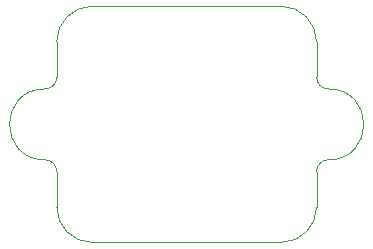
<source format=gbr>
%TF.GenerationSoftware,KiCad,Pcbnew,7.0.1*%
%TF.CreationDate,2023-07-17T00:53:10+01:00*%
%TF.ProjectId,Motor Encoder Board,4d6f746f-7220-4456-9e63-6f6465722042,rev?*%
%TF.SameCoordinates,Original*%
%TF.FileFunction,Profile,NP*%
%FSLAX46Y46*%
G04 Gerber Fmt 4.6, Leading zero omitted, Abs format (unit mm)*
G04 Created by KiCad (PCBNEW 7.0.1) date 2023-07-17 00:53:10*
%MOMM*%
%LPD*%
G01*
G04 APERTURE LIST*
%TA.AperFunction,Profile*%
%ADD10C,0.100000*%
%TD*%
G04 APERTURE END LIST*
D10*
X128000000Y-57000000D02*
X128000000Y-54000000D01*
X128000000Y-54000000D02*
G75*
G03*
X125000000Y-51000000I-3000000J0D01*
G01*
X129000000Y-64000000D02*
G75*
G03*
X128000000Y-65000000I0J-1000000D01*
G01*
X105000000Y-58000000D02*
G75*
G03*
X106000000Y-57000000I0J1000000D01*
G01*
X129000000Y-64000000D02*
G75*
G03*
X129000000Y-58000000I0J3000000D01*
G01*
X106000000Y-54000000D02*
X106000000Y-57000000D01*
X106000000Y-68000000D02*
G75*
G03*
X109000000Y-71000000I3000000J0D01*
G01*
X106000000Y-65000000D02*
G75*
G03*
X105000000Y-64000000I-1000000J0D01*
G01*
X128000000Y-68000000D02*
X128000000Y-65000000D01*
X106000000Y-68000000D02*
X106000000Y-65000000D01*
X125000000Y-51000000D02*
X109000000Y-51000000D01*
X105000000Y-58000000D02*
G75*
G03*
X105000000Y-64000000I0J-3000000D01*
G01*
X128000000Y-57000000D02*
G75*
G03*
X129000000Y-58000000I1000000J0D01*
G01*
X109000000Y-51000000D02*
G75*
G03*
X106000000Y-54000000I0J-3000000D01*
G01*
X125000000Y-71000000D02*
G75*
G03*
X128000000Y-68000000I0J3000000D01*
G01*
X109000000Y-71000000D02*
X125000000Y-71000000D01*
M02*

</source>
